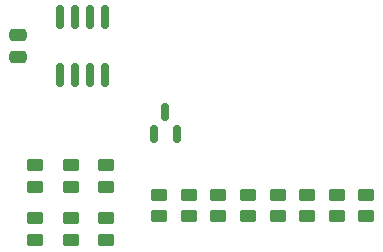
<source format=gtp>
%TF.GenerationSoftware,KiCad,Pcbnew,(6.0.5)*%
%TF.CreationDate,2022-07-14T21:33:15+08:00*%
%TF.ProjectId,thermometer,74686572-6d6f-46d6-9574-65722e6b6963,rev?*%
%TF.SameCoordinates,Original*%
%TF.FileFunction,Paste,Top*%
%TF.FilePolarity,Positive*%
%FSLAX46Y46*%
G04 Gerber Fmt 4.6, Leading zero omitted, Abs format (unit mm)*
G04 Created by KiCad (PCBNEW (6.0.5)) date 2022-07-14 21:33:15*
%MOMM*%
%LPD*%
G01*
G04 APERTURE LIST*
G04 Aperture macros list*
%AMRoundRect*
0 Rectangle with rounded corners*
0 $1 Rounding radius*
0 $2 $3 $4 $5 $6 $7 $8 $9 X,Y pos of 4 corners*
0 Add a 4 corners polygon primitive as box body*
4,1,4,$2,$3,$4,$5,$6,$7,$8,$9,$2,$3,0*
0 Add four circle primitives for the rounded corners*
1,1,$1+$1,$2,$3*
1,1,$1+$1,$4,$5*
1,1,$1+$1,$6,$7*
1,1,$1+$1,$8,$9*
0 Add four rect primitives between the rounded corners*
20,1,$1+$1,$2,$3,$4,$5,0*
20,1,$1+$1,$4,$5,$6,$7,0*
20,1,$1+$1,$6,$7,$8,$9,0*
20,1,$1+$1,$8,$9,$2,$3,0*%
G04 Aperture macros list end*
%ADD10RoundRect,0.250000X0.450000X-0.262500X0.450000X0.262500X-0.450000X0.262500X-0.450000X-0.262500X0*%
%ADD11RoundRect,0.250000X-0.450000X0.262500X-0.450000X-0.262500X0.450000X-0.262500X0.450000X0.262500X0*%
%ADD12RoundRect,0.250000X-0.475000X0.250000X-0.475000X-0.250000X0.475000X-0.250000X0.475000X0.250000X0*%
%ADD13RoundRect,0.150000X0.150000X-0.825000X0.150000X0.825000X-0.150000X0.825000X-0.150000X-0.825000X0*%
%ADD14RoundRect,0.150000X0.150000X-0.587500X0.150000X0.587500X-0.150000X0.587500X-0.150000X-0.587500X0*%
G04 APERTURE END LIST*
D10*
%TO.C,R11*%
X88300000Y-111987500D03*
X88300000Y-113812500D03*
%TD*%
%TO.C,R13*%
X83300000Y-111987500D03*
X83300000Y-113812500D03*
%TD*%
%TO.C,R12*%
X85800000Y-113812500D03*
X85800000Y-111987500D03*
%TD*%
%TO.C,R3*%
X68800000Y-113987500D03*
X68800000Y-115812500D03*
%TD*%
%TO.C,R14*%
X80800000Y-111987500D03*
X80800000Y-113812500D03*
%TD*%
%TO.C,R5*%
X65800000Y-109487500D03*
X65800000Y-111312500D03*
%TD*%
D11*
%TO.C,R1*%
X62800000Y-113987500D03*
X62800000Y-115812500D03*
%TD*%
D12*
%TO.C,C1*%
X61300000Y-98450000D03*
X61300000Y-100350000D03*
%TD*%
D10*
%TO.C,R4*%
X68800000Y-111312500D03*
X68800000Y-109487500D03*
%TD*%
%TO.C,R6*%
X62800000Y-111312500D03*
X62800000Y-109487500D03*
%TD*%
%TO.C,R7*%
X73300000Y-113812500D03*
X73300000Y-111987500D03*
%TD*%
D13*
%TO.C,U3*%
X64895000Y-96925000D03*
X66165000Y-96925000D03*
X67435000Y-96925000D03*
X68705000Y-96925000D03*
X68705000Y-101875000D03*
X67435000Y-101875000D03*
X66165000Y-101875000D03*
X64895000Y-101875000D03*
%TD*%
D14*
%TO.C,U2*%
X73800000Y-104962500D03*
X74750000Y-106837500D03*
X72850000Y-106837500D03*
%TD*%
D10*
%TO.C,R10*%
X90800000Y-111987500D03*
X90800000Y-113812500D03*
%TD*%
%TO.C,R8*%
X75800000Y-113812500D03*
X75800000Y-111987500D03*
%TD*%
%TO.C,R9*%
X78300000Y-113812500D03*
X78300000Y-111987500D03*
%TD*%
D11*
%TO.C,R2*%
X65800000Y-113987500D03*
X65800000Y-115812500D03*
%TD*%
M02*

</source>
